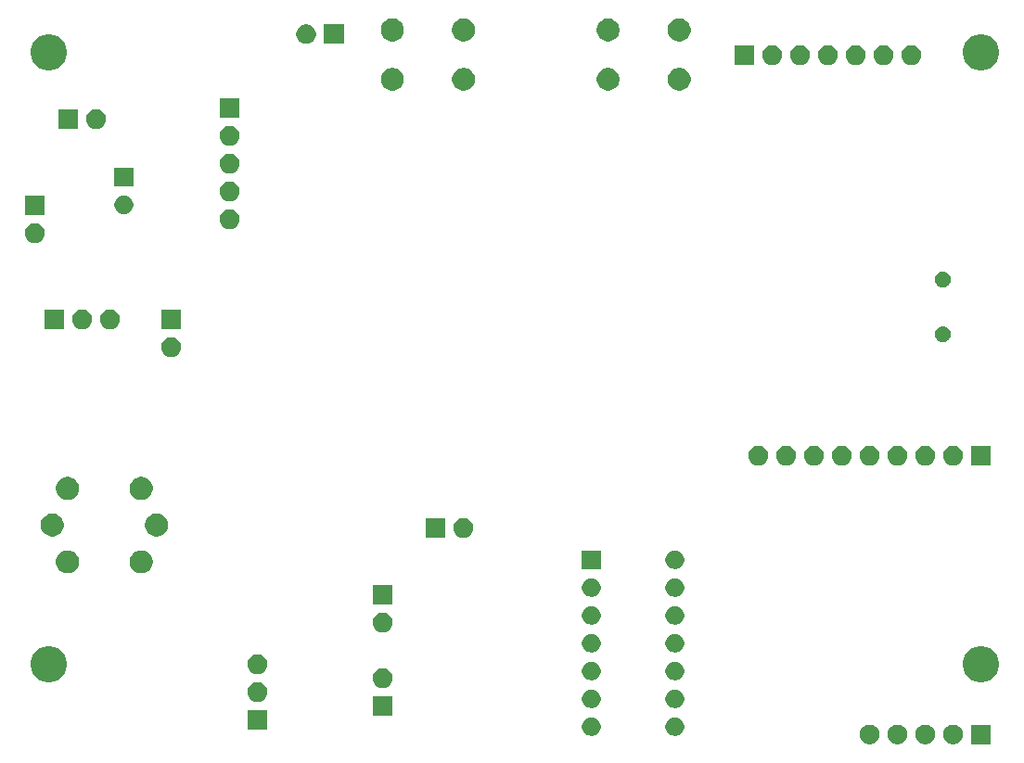
<source format=gbs>
G04 #@! TF.GenerationSoftware,KiCad,Pcbnew,(5.1.5)-3*
G04 #@! TF.CreationDate,2022-03-10T20:17:17-05:00*
G04 #@! TF.ProjectId,wearer,77656172-6572-42e6-9b69-6361645f7063,rev?*
G04 #@! TF.SameCoordinates,Original*
G04 #@! TF.FileFunction,Soldermask,Bot*
G04 #@! TF.FilePolarity,Negative*
%FSLAX46Y46*%
G04 Gerber Fmt 4.6, Leading zero omitted, Abs format (unit mm)*
G04 Created by KiCad (PCBNEW (5.1.5)-3) date 2022-03-10 20:17:17*
%MOMM*%
%LPD*%
G04 APERTURE LIST*
%ADD10C,0.100000*%
G04 APERTURE END LIST*
D10*
G36*
X211082754Y-122393817D02*
G01*
X211246689Y-122461721D01*
X211394227Y-122560303D01*
X211519697Y-122685773D01*
X211618279Y-122833311D01*
X211686183Y-122997246D01*
X211720800Y-123171279D01*
X211720800Y-123348721D01*
X211686183Y-123522754D01*
X211618279Y-123686689D01*
X211519697Y-123834227D01*
X211394227Y-123959697D01*
X211246689Y-124058279D01*
X211082754Y-124126183D01*
X210908721Y-124160800D01*
X210731279Y-124160800D01*
X210557246Y-124126183D01*
X210393311Y-124058279D01*
X210245773Y-123959697D01*
X210120303Y-123834227D01*
X210021721Y-123686689D01*
X209953817Y-123522754D01*
X209919200Y-123348721D01*
X209919200Y-123171279D01*
X209953817Y-122997246D01*
X210021721Y-122833311D01*
X210120303Y-122685773D01*
X210245773Y-122560303D01*
X210393311Y-122461721D01*
X210557246Y-122393817D01*
X210731279Y-122359200D01*
X210908721Y-122359200D01*
X211082754Y-122393817D01*
G37*
G36*
X213622754Y-122393817D02*
G01*
X213786689Y-122461721D01*
X213934227Y-122560303D01*
X214059697Y-122685773D01*
X214158279Y-122833311D01*
X214226183Y-122997246D01*
X214260800Y-123171279D01*
X214260800Y-123348721D01*
X214226183Y-123522754D01*
X214158279Y-123686689D01*
X214059697Y-123834227D01*
X213934227Y-123959697D01*
X213786689Y-124058279D01*
X213622754Y-124126183D01*
X213448721Y-124160800D01*
X213271279Y-124160800D01*
X213097246Y-124126183D01*
X212933311Y-124058279D01*
X212785773Y-123959697D01*
X212660303Y-123834227D01*
X212561721Y-123686689D01*
X212493817Y-123522754D01*
X212459200Y-123348721D01*
X212459200Y-123171279D01*
X212493817Y-122997246D01*
X212561721Y-122833311D01*
X212660303Y-122685773D01*
X212785773Y-122560303D01*
X212933311Y-122461721D01*
X213097246Y-122393817D01*
X213271279Y-122359200D01*
X213448721Y-122359200D01*
X213622754Y-122393817D01*
G37*
G36*
X216800800Y-124160800D02*
G01*
X214999200Y-124160800D01*
X214999200Y-122359200D01*
X216800800Y-122359200D01*
X216800800Y-124160800D01*
G37*
G36*
X208542754Y-122393817D02*
G01*
X208706689Y-122461721D01*
X208854227Y-122560303D01*
X208979697Y-122685773D01*
X209078279Y-122833311D01*
X209146183Y-122997246D01*
X209180800Y-123171279D01*
X209180800Y-123348721D01*
X209146183Y-123522754D01*
X209078279Y-123686689D01*
X208979697Y-123834227D01*
X208854227Y-123959697D01*
X208706689Y-124058279D01*
X208542754Y-124126183D01*
X208368721Y-124160800D01*
X208191279Y-124160800D01*
X208017246Y-124126183D01*
X207853311Y-124058279D01*
X207705773Y-123959697D01*
X207580303Y-123834227D01*
X207481721Y-123686689D01*
X207413817Y-123522754D01*
X207379200Y-123348721D01*
X207379200Y-123171279D01*
X207413817Y-122997246D01*
X207481721Y-122833311D01*
X207580303Y-122685773D01*
X207705773Y-122560303D01*
X207853311Y-122461721D01*
X208017246Y-122393817D01*
X208191279Y-122359200D01*
X208368721Y-122359200D01*
X208542754Y-122393817D01*
G37*
G36*
X206002754Y-122393817D02*
G01*
X206166689Y-122461721D01*
X206314227Y-122560303D01*
X206439697Y-122685773D01*
X206538279Y-122833311D01*
X206606183Y-122997246D01*
X206640800Y-123171279D01*
X206640800Y-123348721D01*
X206606183Y-123522754D01*
X206538279Y-123686689D01*
X206439697Y-123834227D01*
X206314227Y-123959697D01*
X206166689Y-124058279D01*
X206002754Y-124126183D01*
X205828721Y-124160800D01*
X205651279Y-124160800D01*
X205477246Y-124126183D01*
X205313311Y-124058279D01*
X205165773Y-123959697D01*
X205040303Y-123834227D01*
X204941721Y-123686689D01*
X204873817Y-123522754D01*
X204839200Y-123348721D01*
X204839200Y-123171279D01*
X204873817Y-122997246D01*
X204941721Y-122833311D01*
X205040303Y-122685773D01*
X205165773Y-122560303D01*
X205313311Y-122461721D01*
X205477246Y-122393817D01*
X205651279Y-122359200D01*
X205828721Y-122359200D01*
X206002754Y-122393817D01*
G37*
G36*
X188208169Y-121736895D02*
G01*
X188363005Y-121801031D01*
X188502354Y-121894140D01*
X188620860Y-122012646D01*
X188713969Y-122151995D01*
X188778105Y-122306831D01*
X188810800Y-122471203D01*
X188810800Y-122638797D01*
X188778105Y-122803169D01*
X188713969Y-122958005D01*
X188620860Y-123097354D01*
X188502354Y-123215860D01*
X188363005Y-123308969D01*
X188208169Y-123373105D01*
X188043797Y-123405800D01*
X187876203Y-123405800D01*
X187711831Y-123373105D01*
X187556995Y-123308969D01*
X187417646Y-123215860D01*
X187299140Y-123097354D01*
X187206031Y-122958005D01*
X187141895Y-122803169D01*
X187109200Y-122638797D01*
X187109200Y-122471203D01*
X187141895Y-122306831D01*
X187206031Y-122151995D01*
X187299140Y-122012646D01*
X187417646Y-121894140D01*
X187556995Y-121801031D01*
X187711831Y-121736895D01*
X187876203Y-121704200D01*
X188043797Y-121704200D01*
X188208169Y-121736895D01*
G37*
G36*
X180588169Y-121736895D02*
G01*
X180743005Y-121801031D01*
X180882354Y-121894140D01*
X181000860Y-122012646D01*
X181093969Y-122151995D01*
X181158105Y-122306831D01*
X181190800Y-122471203D01*
X181190800Y-122638797D01*
X181158105Y-122803169D01*
X181093969Y-122958005D01*
X181000860Y-123097354D01*
X180882354Y-123215860D01*
X180743005Y-123308969D01*
X180588169Y-123373105D01*
X180423797Y-123405800D01*
X180256203Y-123405800D01*
X180091831Y-123373105D01*
X179936995Y-123308969D01*
X179797646Y-123215860D01*
X179679140Y-123097354D01*
X179586031Y-122958005D01*
X179521895Y-122803169D01*
X179489200Y-122638797D01*
X179489200Y-122471203D01*
X179521895Y-122306831D01*
X179586031Y-122151995D01*
X179679140Y-122012646D01*
X179797646Y-121894140D01*
X179936995Y-121801031D01*
X180091831Y-121736895D01*
X180256203Y-121704200D01*
X180423797Y-121704200D01*
X180588169Y-121736895D01*
G37*
G36*
X150760800Y-122820800D02*
G01*
X148959200Y-122820800D01*
X148959200Y-121019200D01*
X150760800Y-121019200D01*
X150760800Y-122820800D01*
G37*
G36*
X162190800Y-121550800D02*
G01*
X160389200Y-121550800D01*
X160389200Y-119749200D01*
X162190800Y-119749200D01*
X162190800Y-121550800D01*
G37*
G36*
X180588169Y-119196895D02*
G01*
X180743005Y-119261031D01*
X180882354Y-119354140D01*
X181000860Y-119472646D01*
X181093969Y-119611995D01*
X181158105Y-119766831D01*
X181190800Y-119931203D01*
X181190800Y-120098797D01*
X181158105Y-120263169D01*
X181093969Y-120418005D01*
X181000860Y-120557354D01*
X180882354Y-120675860D01*
X180743005Y-120768969D01*
X180588169Y-120833105D01*
X180423797Y-120865800D01*
X180256203Y-120865800D01*
X180091831Y-120833105D01*
X179936995Y-120768969D01*
X179797646Y-120675860D01*
X179679140Y-120557354D01*
X179586031Y-120418005D01*
X179521895Y-120263169D01*
X179489200Y-120098797D01*
X179489200Y-119931203D01*
X179521895Y-119766831D01*
X179586031Y-119611995D01*
X179679140Y-119472646D01*
X179797646Y-119354140D01*
X179936995Y-119261031D01*
X180091831Y-119196895D01*
X180256203Y-119164200D01*
X180423797Y-119164200D01*
X180588169Y-119196895D01*
G37*
G36*
X188208169Y-119196895D02*
G01*
X188363005Y-119261031D01*
X188502354Y-119354140D01*
X188620860Y-119472646D01*
X188713969Y-119611995D01*
X188778105Y-119766831D01*
X188810800Y-119931203D01*
X188810800Y-120098797D01*
X188778105Y-120263169D01*
X188713969Y-120418005D01*
X188620860Y-120557354D01*
X188502354Y-120675860D01*
X188363005Y-120768969D01*
X188208169Y-120833105D01*
X188043797Y-120865800D01*
X187876203Y-120865800D01*
X187711831Y-120833105D01*
X187556995Y-120768969D01*
X187417646Y-120675860D01*
X187299140Y-120557354D01*
X187206031Y-120418005D01*
X187141895Y-120263169D01*
X187109200Y-120098797D01*
X187109200Y-119931203D01*
X187141895Y-119766831D01*
X187206031Y-119611995D01*
X187299140Y-119472646D01*
X187417646Y-119354140D01*
X187556995Y-119261031D01*
X187711831Y-119196895D01*
X187876203Y-119164200D01*
X188043797Y-119164200D01*
X188208169Y-119196895D01*
G37*
G36*
X150122754Y-118513817D02*
G01*
X150286689Y-118581721D01*
X150434227Y-118680303D01*
X150559697Y-118805773D01*
X150658279Y-118953311D01*
X150726183Y-119117246D01*
X150760800Y-119291279D01*
X150760800Y-119468721D01*
X150726183Y-119642754D01*
X150658279Y-119806689D01*
X150559697Y-119954227D01*
X150434227Y-120079697D01*
X150286689Y-120178279D01*
X150122754Y-120246183D01*
X149948721Y-120280800D01*
X149771279Y-120280800D01*
X149597246Y-120246183D01*
X149433311Y-120178279D01*
X149285773Y-120079697D01*
X149160303Y-119954227D01*
X149061721Y-119806689D01*
X148993817Y-119642754D01*
X148959200Y-119468721D01*
X148959200Y-119291279D01*
X148993817Y-119117246D01*
X149061721Y-118953311D01*
X149160303Y-118805773D01*
X149285773Y-118680303D01*
X149433311Y-118581721D01*
X149597246Y-118513817D01*
X149771279Y-118479200D01*
X149948721Y-118479200D01*
X150122754Y-118513817D01*
G37*
G36*
X161552754Y-117243817D02*
G01*
X161716689Y-117311721D01*
X161864227Y-117410303D01*
X161989697Y-117535773D01*
X162088279Y-117683311D01*
X162156183Y-117847246D01*
X162190800Y-118021279D01*
X162190800Y-118198721D01*
X162156183Y-118372754D01*
X162088279Y-118536689D01*
X161989697Y-118684227D01*
X161864227Y-118809697D01*
X161716689Y-118908279D01*
X161552754Y-118976183D01*
X161378721Y-119010800D01*
X161201279Y-119010800D01*
X161027246Y-118976183D01*
X160863311Y-118908279D01*
X160715773Y-118809697D01*
X160590303Y-118684227D01*
X160491721Y-118536689D01*
X160423817Y-118372754D01*
X160389200Y-118198721D01*
X160389200Y-118021279D01*
X160423817Y-117847246D01*
X160491721Y-117683311D01*
X160590303Y-117535773D01*
X160715773Y-117410303D01*
X160863311Y-117311721D01*
X161027246Y-117243817D01*
X161201279Y-117209200D01*
X161378721Y-117209200D01*
X161552754Y-117243817D01*
G37*
G36*
X216381521Y-115252639D02*
G01*
X216681947Y-115377080D01*
X216952324Y-115557740D01*
X217182260Y-115787676D01*
X217362920Y-116058053D01*
X217487361Y-116358479D01*
X217550800Y-116677410D01*
X217550800Y-117002590D01*
X217487361Y-117321521D01*
X217362920Y-117621947D01*
X217182260Y-117892324D01*
X216952324Y-118122260D01*
X216681947Y-118302920D01*
X216381521Y-118427361D01*
X216062590Y-118490800D01*
X215737410Y-118490800D01*
X215418479Y-118427361D01*
X215118053Y-118302920D01*
X214847676Y-118122260D01*
X214617740Y-117892324D01*
X214437080Y-117621947D01*
X214312639Y-117321521D01*
X214249200Y-117002590D01*
X214249200Y-116677410D01*
X214312639Y-116358479D01*
X214437080Y-116058053D01*
X214617740Y-115787676D01*
X214847676Y-115557740D01*
X215118053Y-115377080D01*
X215418479Y-115252639D01*
X215737410Y-115189200D01*
X216062590Y-115189200D01*
X216381521Y-115252639D01*
G37*
G36*
X131291521Y-115252639D02*
G01*
X131591947Y-115377080D01*
X131862324Y-115557740D01*
X132092260Y-115787676D01*
X132272920Y-116058053D01*
X132397361Y-116358479D01*
X132460800Y-116677410D01*
X132460800Y-117002590D01*
X132397361Y-117321521D01*
X132272920Y-117621947D01*
X132092260Y-117892324D01*
X131862324Y-118122260D01*
X131591947Y-118302920D01*
X131291521Y-118427361D01*
X130972590Y-118490800D01*
X130647410Y-118490800D01*
X130328479Y-118427361D01*
X130028053Y-118302920D01*
X129757676Y-118122260D01*
X129527740Y-117892324D01*
X129347080Y-117621947D01*
X129222639Y-117321521D01*
X129159200Y-117002590D01*
X129159200Y-116677410D01*
X129222639Y-116358479D01*
X129347080Y-116058053D01*
X129527740Y-115787676D01*
X129757676Y-115557740D01*
X130028053Y-115377080D01*
X130328479Y-115252639D01*
X130647410Y-115189200D01*
X130972590Y-115189200D01*
X131291521Y-115252639D01*
G37*
G36*
X180588169Y-116656895D02*
G01*
X180743005Y-116721031D01*
X180882354Y-116814140D01*
X181000860Y-116932646D01*
X181093969Y-117071995D01*
X181158105Y-117226831D01*
X181190800Y-117391203D01*
X181190800Y-117558797D01*
X181158105Y-117723169D01*
X181093969Y-117878005D01*
X181000860Y-118017354D01*
X180882354Y-118135860D01*
X180743005Y-118228969D01*
X180588169Y-118293105D01*
X180423797Y-118325800D01*
X180256203Y-118325800D01*
X180091831Y-118293105D01*
X179936995Y-118228969D01*
X179797646Y-118135860D01*
X179679140Y-118017354D01*
X179586031Y-117878005D01*
X179521895Y-117723169D01*
X179489200Y-117558797D01*
X179489200Y-117391203D01*
X179521895Y-117226831D01*
X179586031Y-117071995D01*
X179679140Y-116932646D01*
X179797646Y-116814140D01*
X179936995Y-116721031D01*
X180091831Y-116656895D01*
X180256203Y-116624200D01*
X180423797Y-116624200D01*
X180588169Y-116656895D01*
G37*
G36*
X188208169Y-116656895D02*
G01*
X188363005Y-116721031D01*
X188502354Y-116814140D01*
X188620860Y-116932646D01*
X188713969Y-117071995D01*
X188778105Y-117226831D01*
X188810800Y-117391203D01*
X188810800Y-117558797D01*
X188778105Y-117723169D01*
X188713969Y-117878005D01*
X188620860Y-118017354D01*
X188502354Y-118135860D01*
X188363005Y-118228969D01*
X188208169Y-118293105D01*
X188043797Y-118325800D01*
X187876203Y-118325800D01*
X187711831Y-118293105D01*
X187556995Y-118228969D01*
X187417646Y-118135860D01*
X187299140Y-118017354D01*
X187206031Y-117878005D01*
X187141895Y-117723169D01*
X187109200Y-117558797D01*
X187109200Y-117391203D01*
X187141895Y-117226831D01*
X187206031Y-117071995D01*
X187299140Y-116932646D01*
X187417646Y-116814140D01*
X187556995Y-116721031D01*
X187711831Y-116656895D01*
X187876203Y-116624200D01*
X188043797Y-116624200D01*
X188208169Y-116656895D01*
G37*
G36*
X150122754Y-115973817D02*
G01*
X150286689Y-116041721D01*
X150434227Y-116140303D01*
X150559697Y-116265773D01*
X150658279Y-116413311D01*
X150726183Y-116577246D01*
X150760800Y-116751279D01*
X150760800Y-116928721D01*
X150726183Y-117102754D01*
X150658279Y-117266689D01*
X150559697Y-117414227D01*
X150434227Y-117539697D01*
X150286689Y-117638279D01*
X150122754Y-117706183D01*
X149948721Y-117740800D01*
X149771279Y-117740800D01*
X149597246Y-117706183D01*
X149433311Y-117638279D01*
X149285773Y-117539697D01*
X149160303Y-117414227D01*
X149061721Y-117266689D01*
X148993817Y-117102754D01*
X148959200Y-116928721D01*
X148959200Y-116751279D01*
X148993817Y-116577246D01*
X149061721Y-116413311D01*
X149160303Y-116265773D01*
X149285773Y-116140303D01*
X149433311Y-116041721D01*
X149597246Y-115973817D01*
X149771279Y-115939200D01*
X149948721Y-115939200D01*
X150122754Y-115973817D01*
G37*
G36*
X180588169Y-114116895D02*
G01*
X180743005Y-114181031D01*
X180882354Y-114274140D01*
X181000860Y-114392646D01*
X181093969Y-114531995D01*
X181158105Y-114686831D01*
X181190800Y-114851203D01*
X181190800Y-115018797D01*
X181158105Y-115183169D01*
X181093969Y-115338005D01*
X181000860Y-115477354D01*
X180882354Y-115595860D01*
X180743005Y-115688969D01*
X180588169Y-115753105D01*
X180423797Y-115785800D01*
X180256203Y-115785800D01*
X180091831Y-115753105D01*
X179936995Y-115688969D01*
X179797646Y-115595860D01*
X179679140Y-115477354D01*
X179586031Y-115338005D01*
X179521895Y-115183169D01*
X179489200Y-115018797D01*
X179489200Y-114851203D01*
X179521895Y-114686831D01*
X179586031Y-114531995D01*
X179679140Y-114392646D01*
X179797646Y-114274140D01*
X179936995Y-114181031D01*
X180091831Y-114116895D01*
X180256203Y-114084200D01*
X180423797Y-114084200D01*
X180588169Y-114116895D01*
G37*
G36*
X188208169Y-114116895D02*
G01*
X188363005Y-114181031D01*
X188502354Y-114274140D01*
X188620860Y-114392646D01*
X188713969Y-114531995D01*
X188778105Y-114686831D01*
X188810800Y-114851203D01*
X188810800Y-115018797D01*
X188778105Y-115183169D01*
X188713969Y-115338005D01*
X188620860Y-115477354D01*
X188502354Y-115595860D01*
X188363005Y-115688969D01*
X188208169Y-115753105D01*
X188043797Y-115785800D01*
X187876203Y-115785800D01*
X187711831Y-115753105D01*
X187556995Y-115688969D01*
X187417646Y-115595860D01*
X187299140Y-115477354D01*
X187206031Y-115338005D01*
X187141895Y-115183169D01*
X187109200Y-115018797D01*
X187109200Y-114851203D01*
X187141895Y-114686831D01*
X187206031Y-114531995D01*
X187299140Y-114392646D01*
X187417646Y-114274140D01*
X187556995Y-114181031D01*
X187711831Y-114116895D01*
X187876203Y-114084200D01*
X188043797Y-114084200D01*
X188208169Y-114116895D01*
G37*
G36*
X161552754Y-112163817D02*
G01*
X161716689Y-112231721D01*
X161864227Y-112330303D01*
X161989697Y-112455773D01*
X162088279Y-112603311D01*
X162156183Y-112767246D01*
X162190800Y-112941279D01*
X162190800Y-113118721D01*
X162156183Y-113292754D01*
X162088279Y-113456689D01*
X161989697Y-113604227D01*
X161864227Y-113729697D01*
X161716689Y-113828279D01*
X161552754Y-113896183D01*
X161378721Y-113930800D01*
X161201279Y-113930800D01*
X161027246Y-113896183D01*
X160863311Y-113828279D01*
X160715773Y-113729697D01*
X160590303Y-113604227D01*
X160491721Y-113456689D01*
X160423817Y-113292754D01*
X160389200Y-113118721D01*
X160389200Y-112941279D01*
X160423817Y-112767246D01*
X160491721Y-112603311D01*
X160590303Y-112455773D01*
X160715773Y-112330303D01*
X160863311Y-112231721D01*
X161027246Y-112163817D01*
X161201279Y-112129200D01*
X161378721Y-112129200D01*
X161552754Y-112163817D01*
G37*
G36*
X180588169Y-111576895D02*
G01*
X180743005Y-111641031D01*
X180882354Y-111734140D01*
X181000860Y-111852646D01*
X181093969Y-111991995D01*
X181158105Y-112146831D01*
X181190800Y-112311203D01*
X181190800Y-112478797D01*
X181158105Y-112643169D01*
X181093969Y-112798005D01*
X181000860Y-112937354D01*
X180882354Y-113055860D01*
X180743005Y-113148969D01*
X180588169Y-113213105D01*
X180423797Y-113245800D01*
X180256203Y-113245800D01*
X180091831Y-113213105D01*
X179936995Y-113148969D01*
X179797646Y-113055860D01*
X179679140Y-112937354D01*
X179586031Y-112798005D01*
X179521895Y-112643169D01*
X179489200Y-112478797D01*
X179489200Y-112311203D01*
X179521895Y-112146831D01*
X179586031Y-111991995D01*
X179679140Y-111852646D01*
X179797646Y-111734140D01*
X179936995Y-111641031D01*
X180091831Y-111576895D01*
X180256203Y-111544200D01*
X180423797Y-111544200D01*
X180588169Y-111576895D01*
G37*
G36*
X188208169Y-111576895D02*
G01*
X188363005Y-111641031D01*
X188502354Y-111734140D01*
X188620860Y-111852646D01*
X188713969Y-111991995D01*
X188778105Y-112146831D01*
X188810800Y-112311203D01*
X188810800Y-112478797D01*
X188778105Y-112643169D01*
X188713969Y-112798005D01*
X188620860Y-112937354D01*
X188502354Y-113055860D01*
X188363005Y-113148969D01*
X188208169Y-113213105D01*
X188043797Y-113245800D01*
X187876203Y-113245800D01*
X187711831Y-113213105D01*
X187556995Y-113148969D01*
X187417646Y-113055860D01*
X187299140Y-112937354D01*
X187206031Y-112798005D01*
X187141895Y-112643169D01*
X187109200Y-112478797D01*
X187109200Y-112311203D01*
X187141895Y-112146831D01*
X187206031Y-111991995D01*
X187299140Y-111852646D01*
X187417646Y-111734140D01*
X187556995Y-111641031D01*
X187711831Y-111576895D01*
X187876203Y-111544200D01*
X188043797Y-111544200D01*
X188208169Y-111576895D01*
G37*
G36*
X162190800Y-111390800D02*
G01*
X160389200Y-111390800D01*
X160389200Y-109589200D01*
X162190800Y-109589200D01*
X162190800Y-111390800D01*
G37*
G36*
X180588169Y-109036895D02*
G01*
X180743005Y-109101031D01*
X180882354Y-109194140D01*
X181000860Y-109312646D01*
X181093969Y-109451995D01*
X181158105Y-109606831D01*
X181190800Y-109771203D01*
X181190800Y-109938797D01*
X181158105Y-110103169D01*
X181093969Y-110258005D01*
X181000860Y-110397354D01*
X180882354Y-110515860D01*
X180743005Y-110608969D01*
X180588169Y-110673105D01*
X180423797Y-110705800D01*
X180256203Y-110705800D01*
X180091831Y-110673105D01*
X179936995Y-110608969D01*
X179797646Y-110515860D01*
X179679140Y-110397354D01*
X179586031Y-110258005D01*
X179521895Y-110103169D01*
X179489200Y-109938797D01*
X179489200Y-109771203D01*
X179521895Y-109606831D01*
X179586031Y-109451995D01*
X179679140Y-109312646D01*
X179797646Y-109194140D01*
X179936995Y-109101031D01*
X180091831Y-109036895D01*
X180256203Y-109004200D01*
X180423797Y-109004200D01*
X180588169Y-109036895D01*
G37*
G36*
X188208169Y-109036895D02*
G01*
X188363005Y-109101031D01*
X188502354Y-109194140D01*
X188620860Y-109312646D01*
X188713969Y-109451995D01*
X188778105Y-109606831D01*
X188810800Y-109771203D01*
X188810800Y-109938797D01*
X188778105Y-110103169D01*
X188713969Y-110258005D01*
X188620860Y-110397354D01*
X188502354Y-110515860D01*
X188363005Y-110608969D01*
X188208169Y-110673105D01*
X188043797Y-110705800D01*
X187876203Y-110705800D01*
X187711831Y-110673105D01*
X187556995Y-110608969D01*
X187417646Y-110515860D01*
X187299140Y-110397354D01*
X187206031Y-110258005D01*
X187141895Y-110103169D01*
X187109200Y-109938797D01*
X187109200Y-109771203D01*
X187141895Y-109606831D01*
X187206031Y-109451995D01*
X187299140Y-109312646D01*
X187417646Y-109194140D01*
X187556995Y-109101031D01*
X187711831Y-109036895D01*
X187876203Y-109004200D01*
X188043797Y-109004200D01*
X188208169Y-109036895D01*
G37*
G36*
X139555508Y-106488582D02*
G01*
X139746741Y-106567793D01*
X139918847Y-106682791D01*
X140065209Y-106829153D01*
X140180207Y-107001259D01*
X140259418Y-107192492D01*
X140299800Y-107395505D01*
X140299800Y-107602495D01*
X140259418Y-107805508D01*
X140180207Y-107996741D01*
X140065209Y-108168847D01*
X139918847Y-108315209D01*
X139746741Y-108430207D01*
X139555508Y-108509418D01*
X139352495Y-108549800D01*
X139145505Y-108549800D01*
X138942492Y-108509418D01*
X138751259Y-108430207D01*
X138579153Y-108315209D01*
X138432791Y-108168847D01*
X138317793Y-107996741D01*
X138238582Y-107805508D01*
X138198200Y-107602495D01*
X138198200Y-107395505D01*
X138238582Y-107192492D01*
X138317793Y-107001259D01*
X138432791Y-106829153D01*
X138579153Y-106682791D01*
X138751259Y-106567793D01*
X138942492Y-106488582D01*
X139145505Y-106448200D01*
X139352495Y-106448200D01*
X139555508Y-106488582D01*
G37*
G36*
X132837508Y-106488582D02*
G01*
X133028741Y-106567793D01*
X133200847Y-106682791D01*
X133347209Y-106829153D01*
X133462207Y-107001259D01*
X133541418Y-107192492D01*
X133581800Y-107395505D01*
X133581800Y-107602495D01*
X133541418Y-107805508D01*
X133462207Y-107996741D01*
X133347209Y-108168847D01*
X133200847Y-108315209D01*
X133028741Y-108430207D01*
X132837508Y-108509418D01*
X132634495Y-108549800D01*
X132427505Y-108549800D01*
X132224492Y-108509418D01*
X132033259Y-108430207D01*
X131861153Y-108315209D01*
X131714791Y-108168847D01*
X131599793Y-107996741D01*
X131520582Y-107805508D01*
X131480200Y-107602495D01*
X131480200Y-107395505D01*
X131520582Y-107192492D01*
X131599793Y-107001259D01*
X131714791Y-106829153D01*
X131861153Y-106682791D01*
X132033259Y-106567793D01*
X132224492Y-106488582D01*
X132427505Y-106448200D01*
X132634495Y-106448200D01*
X132837508Y-106488582D01*
G37*
G36*
X188208169Y-106496895D02*
G01*
X188363005Y-106561031D01*
X188502354Y-106654140D01*
X188620860Y-106772646D01*
X188713969Y-106911995D01*
X188778105Y-107066831D01*
X188810800Y-107231203D01*
X188810800Y-107398797D01*
X188778105Y-107563169D01*
X188713969Y-107718005D01*
X188620860Y-107857354D01*
X188502354Y-107975860D01*
X188363005Y-108068969D01*
X188208169Y-108133105D01*
X188043797Y-108165800D01*
X187876203Y-108165800D01*
X187711831Y-108133105D01*
X187556995Y-108068969D01*
X187417646Y-107975860D01*
X187299140Y-107857354D01*
X187206031Y-107718005D01*
X187141895Y-107563169D01*
X187109200Y-107398797D01*
X187109200Y-107231203D01*
X187141895Y-107066831D01*
X187206031Y-106911995D01*
X187299140Y-106772646D01*
X187417646Y-106654140D01*
X187556995Y-106561031D01*
X187711831Y-106496895D01*
X187876203Y-106464200D01*
X188043797Y-106464200D01*
X188208169Y-106496895D01*
G37*
G36*
X181190800Y-108165800D02*
G01*
X179489200Y-108165800D01*
X179489200Y-106464200D01*
X181190800Y-106464200D01*
X181190800Y-108165800D01*
G37*
G36*
X168918754Y-103527817D02*
G01*
X169082689Y-103595721D01*
X169230227Y-103694303D01*
X169355697Y-103819773D01*
X169454279Y-103967311D01*
X169522183Y-104131246D01*
X169556800Y-104305279D01*
X169556800Y-104482721D01*
X169522183Y-104656754D01*
X169454279Y-104820689D01*
X169355697Y-104968227D01*
X169230227Y-105093697D01*
X169082689Y-105192279D01*
X168918754Y-105260183D01*
X168744721Y-105294800D01*
X168567279Y-105294800D01*
X168393246Y-105260183D01*
X168229311Y-105192279D01*
X168081773Y-105093697D01*
X167956303Y-104968227D01*
X167857721Y-104820689D01*
X167789817Y-104656754D01*
X167755200Y-104482721D01*
X167755200Y-104305279D01*
X167789817Y-104131246D01*
X167857721Y-103967311D01*
X167956303Y-103819773D01*
X168081773Y-103694303D01*
X168229311Y-103595721D01*
X168393246Y-103527817D01*
X168567279Y-103493200D01*
X168744721Y-103493200D01*
X168918754Y-103527817D01*
G37*
G36*
X167016800Y-105294800D02*
G01*
X165215200Y-105294800D01*
X165215200Y-103493200D01*
X167016800Y-103493200D01*
X167016800Y-105294800D01*
G37*
G36*
X140946508Y-103129582D02*
G01*
X141137741Y-103208793D01*
X141309847Y-103323791D01*
X141456209Y-103470153D01*
X141571207Y-103642259D01*
X141650418Y-103833492D01*
X141690800Y-104036505D01*
X141690800Y-104243495D01*
X141650418Y-104446508D01*
X141571207Y-104637741D01*
X141456209Y-104809847D01*
X141309847Y-104956209D01*
X141137741Y-105071207D01*
X140946508Y-105150418D01*
X140743495Y-105190800D01*
X140536505Y-105190800D01*
X140333492Y-105150418D01*
X140142259Y-105071207D01*
X139970153Y-104956209D01*
X139823791Y-104809847D01*
X139708793Y-104637741D01*
X139629582Y-104446508D01*
X139589200Y-104243495D01*
X139589200Y-104036505D01*
X139629582Y-103833492D01*
X139708793Y-103642259D01*
X139823791Y-103470153D01*
X139970153Y-103323791D01*
X140142259Y-103208793D01*
X140333492Y-103129582D01*
X140536505Y-103089200D01*
X140743495Y-103089200D01*
X140946508Y-103129582D01*
G37*
G36*
X131446508Y-103129582D02*
G01*
X131637741Y-103208793D01*
X131809847Y-103323791D01*
X131956209Y-103470153D01*
X132071207Y-103642259D01*
X132150418Y-103833492D01*
X132190800Y-104036505D01*
X132190800Y-104243495D01*
X132150418Y-104446508D01*
X132071207Y-104637741D01*
X131956209Y-104809847D01*
X131809847Y-104956209D01*
X131637741Y-105071207D01*
X131446508Y-105150418D01*
X131243495Y-105190800D01*
X131036505Y-105190800D01*
X130833492Y-105150418D01*
X130642259Y-105071207D01*
X130470153Y-104956209D01*
X130323791Y-104809847D01*
X130208793Y-104637741D01*
X130129582Y-104446508D01*
X130089200Y-104243495D01*
X130089200Y-104036505D01*
X130129582Y-103833492D01*
X130208793Y-103642259D01*
X130323791Y-103470153D01*
X130470153Y-103323791D01*
X130642259Y-103208793D01*
X130833492Y-103129582D01*
X131036505Y-103089200D01*
X131243495Y-103089200D01*
X131446508Y-103129582D01*
G37*
G36*
X132837508Y-99770582D02*
G01*
X133028741Y-99849793D01*
X133200847Y-99964791D01*
X133347209Y-100111153D01*
X133462207Y-100283259D01*
X133541418Y-100474492D01*
X133581800Y-100677505D01*
X133581800Y-100884495D01*
X133541418Y-101087508D01*
X133462207Y-101278741D01*
X133347209Y-101450847D01*
X133200847Y-101597209D01*
X133028741Y-101712207D01*
X132837508Y-101791418D01*
X132634495Y-101831800D01*
X132427505Y-101831800D01*
X132224492Y-101791418D01*
X132033259Y-101712207D01*
X131861153Y-101597209D01*
X131714791Y-101450847D01*
X131599793Y-101278741D01*
X131520582Y-101087508D01*
X131480200Y-100884495D01*
X131480200Y-100677505D01*
X131520582Y-100474492D01*
X131599793Y-100283259D01*
X131714791Y-100111153D01*
X131861153Y-99964791D01*
X132033259Y-99849793D01*
X132224492Y-99770582D01*
X132427505Y-99730200D01*
X132634495Y-99730200D01*
X132837508Y-99770582D01*
G37*
G36*
X139555508Y-99770582D02*
G01*
X139746741Y-99849793D01*
X139918847Y-99964791D01*
X140065209Y-100111153D01*
X140180207Y-100283259D01*
X140259418Y-100474492D01*
X140299800Y-100677505D01*
X140299800Y-100884495D01*
X140259418Y-101087508D01*
X140180207Y-101278741D01*
X140065209Y-101450847D01*
X139918847Y-101597209D01*
X139746741Y-101712207D01*
X139555508Y-101791418D01*
X139352495Y-101831800D01*
X139145505Y-101831800D01*
X138942492Y-101791418D01*
X138751259Y-101712207D01*
X138579153Y-101597209D01*
X138432791Y-101450847D01*
X138317793Y-101278741D01*
X138238582Y-101087508D01*
X138198200Y-100884495D01*
X138198200Y-100677505D01*
X138238582Y-100474492D01*
X138317793Y-100283259D01*
X138432791Y-100111153D01*
X138579153Y-99964791D01*
X138751259Y-99849793D01*
X138942492Y-99770582D01*
X139145505Y-99730200D01*
X139352495Y-99730200D01*
X139555508Y-99770582D01*
G37*
G36*
X216800800Y-98690800D02*
G01*
X214999200Y-98690800D01*
X214999200Y-96889200D01*
X216800800Y-96889200D01*
X216800800Y-98690800D01*
G37*
G36*
X213622754Y-96923817D02*
G01*
X213786689Y-96991721D01*
X213934227Y-97090303D01*
X214059697Y-97215773D01*
X214158279Y-97363311D01*
X214226183Y-97527246D01*
X214260800Y-97701279D01*
X214260800Y-97878721D01*
X214226183Y-98052754D01*
X214158279Y-98216689D01*
X214059697Y-98364227D01*
X213934227Y-98489697D01*
X213786689Y-98588279D01*
X213622754Y-98656183D01*
X213448721Y-98690800D01*
X213271279Y-98690800D01*
X213097246Y-98656183D01*
X212933311Y-98588279D01*
X212785773Y-98489697D01*
X212660303Y-98364227D01*
X212561721Y-98216689D01*
X212493817Y-98052754D01*
X212459200Y-97878721D01*
X212459200Y-97701279D01*
X212493817Y-97527246D01*
X212561721Y-97363311D01*
X212660303Y-97215773D01*
X212785773Y-97090303D01*
X212933311Y-96991721D01*
X213097246Y-96923817D01*
X213271279Y-96889200D01*
X213448721Y-96889200D01*
X213622754Y-96923817D01*
G37*
G36*
X195842754Y-96923817D02*
G01*
X196006689Y-96991721D01*
X196154227Y-97090303D01*
X196279697Y-97215773D01*
X196378279Y-97363311D01*
X196446183Y-97527246D01*
X196480800Y-97701279D01*
X196480800Y-97878721D01*
X196446183Y-98052754D01*
X196378279Y-98216689D01*
X196279697Y-98364227D01*
X196154227Y-98489697D01*
X196006689Y-98588279D01*
X195842754Y-98656183D01*
X195668721Y-98690800D01*
X195491279Y-98690800D01*
X195317246Y-98656183D01*
X195153311Y-98588279D01*
X195005773Y-98489697D01*
X194880303Y-98364227D01*
X194781721Y-98216689D01*
X194713817Y-98052754D01*
X194679200Y-97878721D01*
X194679200Y-97701279D01*
X194713817Y-97527246D01*
X194781721Y-97363311D01*
X194880303Y-97215773D01*
X195005773Y-97090303D01*
X195153311Y-96991721D01*
X195317246Y-96923817D01*
X195491279Y-96889200D01*
X195668721Y-96889200D01*
X195842754Y-96923817D01*
G37*
G36*
X198382754Y-96923817D02*
G01*
X198546689Y-96991721D01*
X198694227Y-97090303D01*
X198819697Y-97215773D01*
X198918279Y-97363311D01*
X198986183Y-97527246D01*
X199020800Y-97701279D01*
X199020800Y-97878721D01*
X198986183Y-98052754D01*
X198918279Y-98216689D01*
X198819697Y-98364227D01*
X198694227Y-98489697D01*
X198546689Y-98588279D01*
X198382754Y-98656183D01*
X198208721Y-98690800D01*
X198031279Y-98690800D01*
X197857246Y-98656183D01*
X197693311Y-98588279D01*
X197545773Y-98489697D01*
X197420303Y-98364227D01*
X197321721Y-98216689D01*
X197253817Y-98052754D01*
X197219200Y-97878721D01*
X197219200Y-97701279D01*
X197253817Y-97527246D01*
X197321721Y-97363311D01*
X197420303Y-97215773D01*
X197545773Y-97090303D01*
X197693311Y-96991721D01*
X197857246Y-96923817D01*
X198031279Y-96889200D01*
X198208721Y-96889200D01*
X198382754Y-96923817D01*
G37*
G36*
X203462754Y-96923817D02*
G01*
X203626689Y-96991721D01*
X203774227Y-97090303D01*
X203899697Y-97215773D01*
X203998279Y-97363311D01*
X204066183Y-97527246D01*
X204100800Y-97701279D01*
X204100800Y-97878721D01*
X204066183Y-98052754D01*
X203998279Y-98216689D01*
X203899697Y-98364227D01*
X203774227Y-98489697D01*
X203626689Y-98588279D01*
X203462754Y-98656183D01*
X203288721Y-98690800D01*
X203111279Y-98690800D01*
X202937246Y-98656183D01*
X202773311Y-98588279D01*
X202625773Y-98489697D01*
X202500303Y-98364227D01*
X202401721Y-98216689D01*
X202333817Y-98052754D01*
X202299200Y-97878721D01*
X202299200Y-97701279D01*
X202333817Y-97527246D01*
X202401721Y-97363311D01*
X202500303Y-97215773D01*
X202625773Y-97090303D01*
X202773311Y-96991721D01*
X202937246Y-96923817D01*
X203111279Y-96889200D01*
X203288721Y-96889200D01*
X203462754Y-96923817D01*
G37*
G36*
X200922754Y-96923817D02*
G01*
X201086689Y-96991721D01*
X201234227Y-97090303D01*
X201359697Y-97215773D01*
X201458279Y-97363311D01*
X201526183Y-97527246D01*
X201560800Y-97701279D01*
X201560800Y-97878721D01*
X201526183Y-98052754D01*
X201458279Y-98216689D01*
X201359697Y-98364227D01*
X201234227Y-98489697D01*
X201086689Y-98588279D01*
X200922754Y-98656183D01*
X200748721Y-98690800D01*
X200571279Y-98690800D01*
X200397246Y-98656183D01*
X200233311Y-98588279D01*
X200085773Y-98489697D01*
X199960303Y-98364227D01*
X199861721Y-98216689D01*
X199793817Y-98052754D01*
X199759200Y-97878721D01*
X199759200Y-97701279D01*
X199793817Y-97527246D01*
X199861721Y-97363311D01*
X199960303Y-97215773D01*
X200085773Y-97090303D01*
X200233311Y-96991721D01*
X200397246Y-96923817D01*
X200571279Y-96889200D01*
X200748721Y-96889200D01*
X200922754Y-96923817D01*
G37*
G36*
X211082754Y-96923817D02*
G01*
X211246689Y-96991721D01*
X211394227Y-97090303D01*
X211519697Y-97215773D01*
X211618279Y-97363311D01*
X211686183Y-97527246D01*
X211720800Y-97701279D01*
X211720800Y-97878721D01*
X211686183Y-98052754D01*
X211618279Y-98216689D01*
X211519697Y-98364227D01*
X211394227Y-98489697D01*
X211246689Y-98588279D01*
X211082754Y-98656183D01*
X210908721Y-98690800D01*
X210731279Y-98690800D01*
X210557246Y-98656183D01*
X210393311Y-98588279D01*
X210245773Y-98489697D01*
X210120303Y-98364227D01*
X210021721Y-98216689D01*
X209953817Y-98052754D01*
X209919200Y-97878721D01*
X209919200Y-97701279D01*
X209953817Y-97527246D01*
X210021721Y-97363311D01*
X210120303Y-97215773D01*
X210245773Y-97090303D01*
X210393311Y-96991721D01*
X210557246Y-96923817D01*
X210731279Y-96889200D01*
X210908721Y-96889200D01*
X211082754Y-96923817D01*
G37*
G36*
X206002754Y-96923817D02*
G01*
X206166689Y-96991721D01*
X206314227Y-97090303D01*
X206439697Y-97215773D01*
X206538279Y-97363311D01*
X206606183Y-97527246D01*
X206640800Y-97701279D01*
X206640800Y-97878721D01*
X206606183Y-98052754D01*
X206538279Y-98216689D01*
X206439697Y-98364227D01*
X206314227Y-98489697D01*
X206166689Y-98588279D01*
X206002754Y-98656183D01*
X205828721Y-98690800D01*
X205651279Y-98690800D01*
X205477246Y-98656183D01*
X205313311Y-98588279D01*
X205165773Y-98489697D01*
X205040303Y-98364227D01*
X204941721Y-98216689D01*
X204873817Y-98052754D01*
X204839200Y-97878721D01*
X204839200Y-97701279D01*
X204873817Y-97527246D01*
X204941721Y-97363311D01*
X205040303Y-97215773D01*
X205165773Y-97090303D01*
X205313311Y-96991721D01*
X205477246Y-96923817D01*
X205651279Y-96889200D01*
X205828721Y-96889200D01*
X206002754Y-96923817D01*
G37*
G36*
X208542754Y-96923817D02*
G01*
X208706689Y-96991721D01*
X208854227Y-97090303D01*
X208979697Y-97215773D01*
X209078279Y-97363311D01*
X209146183Y-97527246D01*
X209180800Y-97701279D01*
X209180800Y-97878721D01*
X209146183Y-98052754D01*
X209078279Y-98216689D01*
X208979697Y-98364227D01*
X208854227Y-98489697D01*
X208706689Y-98588279D01*
X208542754Y-98656183D01*
X208368721Y-98690800D01*
X208191279Y-98690800D01*
X208017246Y-98656183D01*
X207853311Y-98588279D01*
X207705773Y-98489697D01*
X207580303Y-98364227D01*
X207481721Y-98216689D01*
X207413817Y-98052754D01*
X207379200Y-97878721D01*
X207379200Y-97701279D01*
X207413817Y-97527246D01*
X207481721Y-97363311D01*
X207580303Y-97215773D01*
X207705773Y-97090303D01*
X207853311Y-96991721D01*
X208017246Y-96923817D01*
X208191279Y-96889200D01*
X208368721Y-96889200D01*
X208542754Y-96923817D01*
G37*
G36*
X142248754Y-87017817D02*
G01*
X142412689Y-87085721D01*
X142560227Y-87184303D01*
X142685697Y-87309773D01*
X142784279Y-87457311D01*
X142852183Y-87621246D01*
X142886800Y-87795279D01*
X142886800Y-87972721D01*
X142852183Y-88146754D01*
X142784279Y-88310689D01*
X142685697Y-88458227D01*
X142560227Y-88583697D01*
X142412689Y-88682279D01*
X142248754Y-88750183D01*
X142074721Y-88784800D01*
X141897279Y-88784800D01*
X141723246Y-88750183D01*
X141559311Y-88682279D01*
X141411773Y-88583697D01*
X141286303Y-88458227D01*
X141187721Y-88310689D01*
X141119817Y-88146754D01*
X141085200Y-87972721D01*
X141085200Y-87795279D01*
X141119817Y-87621246D01*
X141187721Y-87457311D01*
X141286303Y-87309773D01*
X141411773Y-87184303D01*
X141559311Y-87085721D01*
X141723246Y-87017817D01*
X141897279Y-86983200D01*
X142074721Y-86983200D01*
X142248754Y-87017817D01*
G37*
G36*
X212619209Y-86003092D02*
G01*
X212717235Y-86043696D01*
X212751295Y-86057804D01*
X212870171Y-86137234D01*
X212971266Y-86238329D01*
X213050696Y-86357205D01*
X213105408Y-86489291D01*
X213133300Y-86629515D01*
X213133300Y-86772485D01*
X213105408Y-86912709D01*
X213050696Y-87044795D01*
X212971265Y-87163672D01*
X212870172Y-87264765D01*
X212751295Y-87344196D01*
X212619209Y-87398908D01*
X212478985Y-87426800D01*
X212336015Y-87426800D01*
X212195791Y-87398908D01*
X212063705Y-87344196D01*
X211944828Y-87264765D01*
X211843735Y-87163672D01*
X211764304Y-87044795D01*
X211709592Y-86912709D01*
X211681700Y-86772485D01*
X211681700Y-86629515D01*
X211709592Y-86489291D01*
X211764304Y-86357205D01*
X211843734Y-86238329D01*
X211944829Y-86137234D01*
X212063705Y-86057804D01*
X212097765Y-86043696D01*
X212195791Y-86003092D01*
X212336015Y-85975200D01*
X212478985Y-85975200D01*
X212619209Y-86003092D01*
G37*
G36*
X136660754Y-84477817D02*
G01*
X136824689Y-84545721D01*
X136972227Y-84644303D01*
X137097697Y-84769773D01*
X137196279Y-84917311D01*
X137264183Y-85081246D01*
X137298800Y-85255279D01*
X137298800Y-85432721D01*
X137264183Y-85606754D01*
X137196279Y-85770689D01*
X137097697Y-85918227D01*
X136972227Y-86043697D01*
X136824689Y-86142279D01*
X136660754Y-86210183D01*
X136486721Y-86244800D01*
X136309279Y-86244800D01*
X136135246Y-86210183D01*
X135971311Y-86142279D01*
X135823773Y-86043697D01*
X135698303Y-85918227D01*
X135599721Y-85770689D01*
X135531817Y-85606754D01*
X135497200Y-85432721D01*
X135497200Y-85255279D01*
X135531817Y-85081246D01*
X135599721Y-84917311D01*
X135698303Y-84769773D01*
X135823773Y-84644303D01*
X135971311Y-84545721D01*
X136135246Y-84477817D01*
X136309279Y-84443200D01*
X136486721Y-84443200D01*
X136660754Y-84477817D01*
G37*
G36*
X142886800Y-86244800D02*
G01*
X141085200Y-86244800D01*
X141085200Y-84443200D01*
X142886800Y-84443200D01*
X142886800Y-86244800D01*
G37*
G36*
X132218800Y-86244800D02*
G01*
X130417200Y-86244800D01*
X130417200Y-84443200D01*
X132218800Y-84443200D01*
X132218800Y-86244800D01*
G37*
G36*
X134120754Y-84477817D02*
G01*
X134284689Y-84545721D01*
X134432227Y-84644303D01*
X134557697Y-84769773D01*
X134656279Y-84917311D01*
X134724183Y-85081246D01*
X134758800Y-85255279D01*
X134758800Y-85432721D01*
X134724183Y-85606754D01*
X134656279Y-85770689D01*
X134557697Y-85918227D01*
X134432227Y-86043697D01*
X134284689Y-86142279D01*
X134120754Y-86210183D01*
X133946721Y-86244800D01*
X133769279Y-86244800D01*
X133595246Y-86210183D01*
X133431311Y-86142279D01*
X133283773Y-86043697D01*
X133158303Y-85918227D01*
X133059721Y-85770689D01*
X132991817Y-85606754D01*
X132957200Y-85432721D01*
X132957200Y-85255279D01*
X132991817Y-85081246D01*
X133059721Y-84917311D01*
X133158303Y-84769773D01*
X133283773Y-84644303D01*
X133431311Y-84545721D01*
X133595246Y-84477817D01*
X133769279Y-84443200D01*
X133946721Y-84443200D01*
X134120754Y-84477817D01*
G37*
G36*
X212619209Y-81003092D02*
G01*
X212751295Y-81057804D01*
X212870172Y-81137235D01*
X212971265Y-81238328D01*
X213050696Y-81357205D01*
X213105408Y-81489291D01*
X213133300Y-81629515D01*
X213133300Y-81772485D01*
X213105408Y-81912709D01*
X213050696Y-82044795D01*
X212971265Y-82163672D01*
X212870172Y-82264765D01*
X212751295Y-82344196D01*
X212619209Y-82398908D01*
X212478985Y-82426800D01*
X212336015Y-82426800D01*
X212195791Y-82398908D01*
X212063705Y-82344196D01*
X211944828Y-82264765D01*
X211843735Y-82163672D01*
X211764304Y-82044795D01*
X211709592Y-81912709D01*
X211681700Y-81772485D01*
X211681700Y-81629515D01*
X211709592Y-81489291D01*
X211764304Y-81357205D01*
X211843735Y-81238328D01*
X211944828Y-81137235D01*
X212063705Y-81057804D01*
X212195791Y-81003092D01*
X212336015Y-80975200D01*
X212478985Y-80975200D01*
X212619209Y-81003092D01*
G37*
G36*
X129802754Y-76603817D02*
G01*
X129966689Y-76671721D01*
X130114227Y-76770303D01*
X130239697Y-76895773D01*
X130338279Y-77043311D01*
X130406183Y-77207246D01*
X130440800Y-77381279D01*
X130440800Y-77558721D01*
X130406183Y-77732754D01*
X130338279Y-77896689D01*
X130239697Y-78044227D01*
X130114227Y-78169697D01*
X129966689Y-78268279D01*
X129802754Y-78336183D01*
X129628721Y-78370800D01*
X129451279Y-78370800D01*
X129277246Y-78336183D01*
X129113311Y-78268279D01*
X128965773Y-78169697D01*
X128840303Y-78044227D01*
X128741721Y-77896689D01*
X128673817Y-77732754D01*
X128639200Y-77558721D01*
X128639200Y-77381279D01*
X128673817Y-77207246D01*
X128741721Y-77043311D01*
X128840303Y-76895773D01*
X128965773Y-76770303D01*
X129113311Y-76671721D01*
X129277246Y-76603817D01*
X129451279Y-76569200D01*
X129628721Y-76569200D01*
X129802754Y-76603817D01*
G37*
G36*
X147582754Y-75333817D02*
G01*
X147746689Y-75401721D01*
X147894227Y-75500303D01*
X148019697Y-75625773D01*
X148118279Y-75773311D01*
X148186183Y-75937246D01*
X148220800Y-76111279D01*
X148220800Y-76288721D01*
X148186183Y-76462754D01*
X148118279Y-76626689D01*
X148019697Y-76774227D01*
X147894227Y-76899697D01*
X147746689Y-76998279D01*
X147582754Y-77066183D01*
X147408721Y-77100800D01*
X147231279Y-77100800D01*
X147057246Y-77066183D01*
X146893311Y-76998279D01*
X146745773Y-76899697D01*
X146620303Y-76774227D01*
X146521721Y-76626689D01*
X146453817Y-76462754D01*
X146419200Y-76288721D01*
X146419200Y-76111279D01*
X146453817Y-75937246D01*
X146521721Y-75773311D01*
X146620303Y-75625773D01*
X146745773Y-75500303D01*
X146893311Y-75401721D01*
X147057246Y-75333817D01*
X147231279Y-75299200D01*
X147408721Y-75299200D01*
X147582754Y-75333817D01*
G37*
G36*
X130440800Y-75830800D02*
G01*
X128639200Y-75830800D01*
X128639200Y-74029200D01*
X130440800Y-74029200D01*
X130440800Y-75830800D01*
G37*
G36*
X137916169Y-74071895D02*
G01*
X138071005Y-74136031D01*
X138210354Y-74229140D01*
X138328860Y-74347646D01*
X138421969Y-74486995D01*
X138486105Y-74641831D01*
X138518800Y-74806203D01*
X138518800Y-74973797D01*
X138486105Y-75138169D01*
X138421969Y-75293005D01*
X138328860Y-75432354D01*
X138210354Y-75550860D01*
X138071005Y-75643969D01*
X137916169Y-75708105D01*
X137751797Y-75740800D01*
X137584203Y-75740800D01*
X137419831Y-75708105D01*
X137264995Y-75643969D01*
X137125646Y-75550860D01*
X137007140Y-75432354D01*
X136914031Y-75293005D01*
X136849895Y-75138169D01*
X136817200Y-74973797D01*
X136817200Y-74806203D01*
X136849895Y-74641831D01*
X136914031Y-74486995D01*
X137007140Y-74347646D01*
X137125646Y-74229140D01*
X137264995Y-74136031D01*
X137419831Y-74071895D01*
X137584203Y-74039200D01*
X137751797Y-74039200D01*
X137916169Y-74071895D01*
G37*
G36*
X147582754Y-72793817D02*
G01*
X147746689Y-72861721D01*
X147894227Y-72960303D01*
X148019697Y-73085773D01*
X148118279Y-73233311D01*
X148186183Y-73397246D01*
X148220800Y-73571279D01*
X148220800Y-73748721D01*
X148186183Y-73922754D01*
X148118279Y-74086689D01*
X148019697Y-74234227D01*
X147894227Y-74359697D01*
X147746689Y-74458279D01*
X147582754Y-74526183D01*
X147408721Y-74560800D01*
X147231279Y-74560800D01*
X147057246Y-74526183D01*
X146893311Y-74458279D01*
X146745773Y-74359697D01*
X146620303Y-74234227D01*
X146521721Y-74086689D01*
X146453817Y-73922754D01*
X146419200Y-73748721D01*
X146419200Y-73571279D01*
X146453817Y-73397246D01*
X146521721Y-73233311D01*
X146620303Y-73085773D01*
X146745773Y-72960303D01*
X146893311Y-72861721D01*
X147057246Y-72793817D01*
X147231279Y-72759200D01*
X147408721Y-72759200D01*
X147582754Y-72793817D01*
G37*
G36*
X138518800Y-73240800D02*
G01*
X136817200Y-73240800D01*
X136817200Y-71539200D01*
X138518800Y-71539200D01*
X138518800Y-73240800D01*
G37*
G36*
X147582754Y-70253817D02*
G01*
X147746689Y-70321721D01*
X147894227Y-70420303D01*
X148019697Y-70545773D01*
X148118279Y-70693311D01*
X148186183Y-70857246D01*
X148220800Y-71031279D01*
X148220800Y-71208721D01*
X148186183Y-71382754D01*
X148118279Y-71546689D01*
X148019697Y-71694227D01*
X147894227Y-71819697D01*
X147746689Y-71918279D01*
X147582754Y-71986183D01*
X147408721Y-72020800D01*
X147231279Y-72020800D01*
X147057246Y-71986183D01*
X146893311Y-71918279D01*
X146745773Y-71819697D01*
X146620303Y-71694227D01*
X146521721Y-71546689D01*
X146453817Y-71382754D01*
X146419200Y-71208721D01*
X146419200Y-71031279D01*
X146453817Y-70857246D01*
X146521721Y-70693311D01*
X146620303Y-70545773D01*
X146745773Y-70420303D01*
X146893311Y-70321721D01*
X147057246Y-70253817D01*
X147231279Y-70219200D01*
X147408721Y-70219200D01*
X147582754Y-70253817D01*
G37*
G36*
X147582754Y-67713817D02*
G01*
X147746689Y-67781721D01*
X147894227Y-67880303D01*
X148019697Y-68005773D01*
X148118279Y-68153311D01*
X148186183Y-68317246D01*
X148220800Y-68491279D01*
X148220800Y-68668721D01*
X148186183Y-68842754D01*
X148118279Y-69006689D01*
X148019697Y-69154227D01*
X147894227Y-69279697D01*
X147746689Y-69378279D01*
X147582754Y-69446183D01*
X147408721Y-69480800D01*
X147231279Y-69480800D01*
X147057246Y-69446183D01*
X146893311Y-69378279D01*
X146745773Y-69279697D01*
X146620303Y-69154227D01*
X146521721Y-69006689D01*
X146453817Y-68842754D01*
X146419200Y-68668721D01*
X146419200Y-68491279D01*
X146453817Y-68317246D01*
X146521721Y-68153311D01*
X146620303Y-68005773D01*
X146745773Y-67880303D01*
X146893311Y-67781721D01*
X147057246Y-67713817D01*
X147231279Y-67679200D01*
X147408721Y-67679200D01*
X147582754Y-67713817D01*
G37*
G36*
X133488800Y-67956800D02*
G01*
X131687200Y-67956800D01*
X131687200Y-66155200D01*
X133488800Y-66155200D01*
X133488800Y-67956800D01*
G37*
G36*
X135390754Y-66189817D02*
G01*
X135554689Y-66257721D01*
X135702227Y-66356303D01*
X135827697Y-66481773D01*
X135926279Y-66629311D01*
X135994183Y-66793246D01*
X136028800Y-66967279D01*
X136028800Y-67144721D01*
X135994183Y-67318754D01*
X135926279Y-67482689D01*
X135827697Y-67630227D01*
X135702227Y-67755697D01*
X135554689Y-67854279D01*
X135390754Y-67922183D01*
X135216721Y-67956800D01*
X135039279Y-67956800D01*
X134865246Y-67922183D01*
X134701311Y-67854279D01*
X134553773Y-67755697D01*
X134428303Y-67630227D01*
X134329721Y-67482689D01*
X134261817Y-67318754D01*
X134227200Y-67144721D01*
X134227200Y-66967279D01*
X134261817Y-66793246D01*
X134329721Y-66629311D01*
X134428303Y-66481773D01*
X134553773Y-66356303D01*
X134701311Y-66257721D01*
X134865246Y-66189817D01*
X135039279Y-66155200D01*
X135216721Y-66155200D01*
X135390754Y-66189817D01*
G37*
G36*
X148220800Y-66940800D02*
G01*
X146419200Y-66940800D01*
X146419200Y-65139200D01*
X148220800Y-65139200D01*
X148220800Y-66940800D01*
G37*
G36*
X162485508Y-62417582D02*
G01*
X162676741Y-62496793D01*
X162848847Y-62611791D01*
X162995209Y-62758153D01*
X163110207Y-62930259D01*
X163189418Y-63121492D01*
X163229800Y-63324505D01*
X163229800Y-63531495D01*
X163189418Y-63734508D01*
X163110207Y-63925741D01*
X162995209Y-64097847D01*
X162848847Y-64244209D01*
X162676741Y-64359207D01*
X162485508Y-64438418D01*
X162282495Y-64478800D01*
X162075505Y-64478800D01*
X161872492Y-64438418D01*
X161681259Y-64359207D01*
X161509153Y-64244209D01*
X161362791Y-64097847D01*
X161247793Y-63925741D01*
X161168582Y-63734508D01*
X161128200Y-63531495D01*
X161128200Y-63324505D01*
X161168582Y-63121492D01*
X161247793Y-62930259D01*
X161362791Y-62758153D01*
X161509153Y-62611791D01*
X161681259Y-62496793D01*
X161872492Y-62417582D01*
X162075505Y-62377200D01*
X162282495Y-62377200D01*
X162485508Y-62417582D01*
G37*
G36*
X168985508Y-62417582D02*
G01*
X169176741Y-62496793D01*
X169348847Y-62611791D01*
X169495209Y-62758153D01*
X169610207Y-62930259D01*
X169689418Y-63121492D01*
X169729800Y-63324505D01*
X169729800Y-63531495D01*
X169689418Y-63734508D01*
X169610207Y-63925741D01*
X169495209Y-64097847D01*
X169348847Y-64244209D01*
X169176741Y-64359207D01*
X168985508Y-64438418D01*
X168782495Y-64478800D01*
X168575505Y-64478800D01*
X168372492Y-64438418D01*
X168181259Y-64359207D01*
X168009153Y-64244209D01*
X167862791Y-64097847D01*
X167747793Y-63925741D01*
X167668582Y-63734508D01*
X167628200Y-63531495D01*
X167628200Y-63324505D01*
X167668582Y-63121492D01*
X167747793Y-62930259D01*
X167862791Y-62758153D01*
X168009153Y-62611791D01*
X168181259Y-62496793D01*
X168372492Y-62417582D01*
X168575505Y-62377200D01*
X168782495Y-62377200D01*
X168985508Y-62417582D01*
G37*
G36*
X188670508Y-62417582D02*
G01*
X188861741Y-62496793D01*
X189033847Y-62611791D01*
X189180209Y-62758153D01*
X189295207Y-62930259D01*
X189374418Y-63121492D01*
X189414800Y-63324505D01*
X189414800Y-63531495D01*
X189374418Y-63734508D01*
X189295207Y-63925741D01*
X189180209Y-64097847D01*
X189033847Y-64244209D01*
X188861741Y-64359207D01*
X188670508Y-64438418D01*
X188467495Y-64478800D01*
X188260505Y-64478800D01*
X188057492Y-64438418D01*
X187866259Y-64359207D01*
X187694153Y-64244209D01*
X187547791Y-64097847D01*
X187432793Y-63925741D01*
X187353582Y-63734508D01*
X187313200Y-63531495D01*
X187313200Y-63324505D01*
X187353582Y-63121492D01*
X187432793Y-62930259D01*
X187547791Y-62758153D01*
X187694153Y-62611791D01*
X187866259Y-62496793D01*
X188057492Y-62417582D01*
X188260505Y-62377200D01*
X188467495Y-62377200D01*
X188670508Y-62417582D01*
G37*
G36*
X182170508Y-62417582D02*
G01*
X182361741Y-62496793D01*
X182533847Y-62611791D01*
X182680209Y-62758153D01*
X182795207Y-62930259D01*
X182874418Y-63121492D01*
X182914800Y-63324505D01*
X182914800Y-63531495D01*
X182874418Y-63734508D01*
X182795207Y-63925741D01*
X182680209Y-64097847D01*
X182533847Y-64244209D01*
X182361741Y-64359207D01*
X182170508Y-64438418D01*
X181967495Y-64478800D01*
X181760505Y-64478800D01*
X181557492Y-64438418D01*
X181366259Y-64359207D01*
X181194153Y-64244209D01*
X181047791Y-64097847D01*
X180932793Y-63925741D01*
X180853582Y-63734508D01*
X180813200Y-63531495D01*
X180813200Y-63324505D01*
X180853582Y-63121492D01*
X180932793Y-62930259D01*
X181047791Y-62758153D01*
X181194153Y-62611791D01*
X181366259Y-62496793D01*
X181557492Y-62417582D01*
X181760505Y-62377200D01*
X181967495Y-62377200D01*
X182170508Y-62417582D01*
G37*
G36*
X216381521Y-59372639D02*
G01*
X216681947Y-59497080D01*
X216952324Y-59677740D01*
X217182260Y-59907676D01*
X217362920Y-60178053D01*
X217487361Y-60478479D01*
X217550800Y-60797410D01*
X217550800Y-61122590D01*
X217487361Y-61441521D01*
X217362920Y-61741947D01*
X217182260Y-62012324D01*
X216952324Y-62242260D01*
X216681947Y-62422920D01*
X216381521Y-62547361D01*
X216062590Y-62610800D01*
X215737410Y-62610800D01*
X215418479Y-62547361D01*
X215118053Y-62422920D01*
X214847676Y-62242260D01*
X214617740Y-62012324D01*
X214437080Y-61741947D01*
X214312639Y-61441521D01*
X214249200Y-61122590D01*
X214249200Y-60797410D01*
X214312639Y-60478479D01*
X214437080Y-60178053D01*
X214617740Y-59907676D01*
X214847676Y-59677740D01*
X215118053Y-59497080D01*
X215418479Y-59372639D01*
X215737410Y-59309200D01*
X216062590Y-59309200D01*
X216381521Y-59372639D01*
G37*
G36*
X131291521Y-59372639D02*
G01*
X131591947Y-59497080D01*
X131862324Y-59677740D01*
X132092260Y-59907676D01*
X132272920Y-60178053D01*
X132397361Y-60478479D01*
X132460800Y-60797410D01*
X132460800Y-61122590D01*
X132397361Y-61441521D01*
X132272920Y-61741947D01*
X132092260Y-62012324D01*
X131862324Y-62242260D01*
X131591947Y-62422920D01*
X131291521Y-62547361D01*
X130972590Y-62610800D01*
X130647410Y-62610800D01*
X130328479Y-62547361D01*
X130028053Y-62422920D01*
X129757676Y-62242260D01*
X129527740Y-62012324D01*
X129347080Y-61741947D01*
X129222639Y-61441521D01*
X129159200Y-61122590D01*
X129159200Y-60797410D01*
X129222639Y-60478479D01*
X129347080Y-60178053D01*
X129527740Y-59907676D01*
X129757676Y-59677740D01*
X130028053Y-59497080D01*
X130328479Y-59372639D01*
X130647410Y-59309200D01*
X130972590Y-59309200D01*
X131291521Y-59372639D01*
G37*
G36*
X204732754Y-60347817D02*
G01*
X204896689Y-60415721D01*
X205044227Y-60514303D01*
X205169697Y-60639773D01*
X205268279Y-60787311D01*
X205336183Y-60951246D01*
X205370800Y-61125279D01*
X205370800Y-61302721D01*
X205336183Y-61476754D01*
X205268279Y-61640689D01*
X205169697Y-61788227D01*
X205044227Y-61913697D01*
X204896689Y-62012279D01*
X204732754Y-62080183D01*
X204558721Y-62114800D01*
X204381279Y-62114800D01*
X204207246Y-62080183D01*
X204043311Y-62012279D01*
X203895773Y-61913697D01*
X203770303Y-61788227D01*
X203671721Y-61640689D01*
X203603817Y-61476754D01*
X203569200Y-61302721D01*
X203569200Y-61125279D01*
X203603817Y-60951246D01*
X203671721Y-60787311D01*
X203770303Y-60639773D01*
X203895773Y-60514303D01*
X204043311Y-60415721D01*
X204207246Y-60347817D01*
X204381279Y-60313200D01*
X204558721Y-60313200D01*
X204732754Y-60347817D01*
G37*
G36*
X195210800Y-62114800D02*
G01*
X193409200Y-62114800D01*
X193409200Y-60313200D01*
X195210800Y-60313200D01*
X195210800Y-62114800D01*
G37*
G36*
X197112754Y-60347817D02*
G01*
X197276689Y-60415721D01*
X197424227Y-60514303D01*
X197549697Y-60639773D01*
X197648279Y-60787311D01*
X197716183Y-60951246D01*
X197750800Y-61125279D01*
X197750800Y-61302721D01*
X197716183Y-61476754D01*
X197648279Y-61640689D01*
X197549697Y-61788227D01*
X197424227Y-61913697D01*
X197276689Y-62012279D01*
X197112754Y-62080183D01*
X196938721Y-62114800D01*
X196761279Y-62114800D01*
X196587246Y-62080183D01*
X196423311Y-62012279D01*
X196275773Y-61913697D01*
X196150303Y-61788227D01*
X196051721Y-61640689D01*
X195983817Y-61476754D01*
X195949200Y-61302721D01*
X195949200Y-61125279D01*
X195983817Y-60951246D01*
X196051721Y-60787311D01*
X196150303Y-60639773D01*
X196275773Y-60514303D01*
X196423311Y-60415721D01*
X196587246Y-60347817D01*
X196761279Y-60313200D01*
X196938721Y-60313200D01*
X197112754Y-60347817D01*
G37*
G36*
X199652754Y-60347817D02*
G01*
X199816689Y-60415721D01*
X199964227Y-60514303D01*
X200089697Y-60639773D01*
X200188279Y-60787311D01*
X200256183Y-60951246D01*
X200290800Y-61125279D01*
X200290800Y-61302721D01*
X200256183Y-61476754D01*
X200188279Y-61640689D01*
X200089697Y-61788227D01*
X199964227Y-61913697D01*
X199816689Y-62012279D01*
X199652754Y-62080183D01*
X199478721Y-62114800D01*
X199301279Y-62114800D01*
X199127246Y-62080183D01*
X198963311Y-62012279D01*
X198815773Y-61913697D01*
X198690303Y-61788227D01*
X198591721Y-61640689D01*
X198523817Y-61476754D01*
X198489200Y-61302721D01*
X198489200Y-61125279D01*
X198523817Y-60951246D01*
X198591721Y-60787311D01*
X198690303Y-60639773D01*
X198815773Y-60514303D01*
X198963311Y-60415721D01*
X199127246Y-60347817D01*
X199301279Y-60313200D01*
X199478721Y-60313200D01*
X199652754Y-60347817D01*
G37*
G36*
X202192754Y-60347817D02*
G01*
X202356689Y-60415721D01*
X202504227Y-60514303D01*
X202629697Y-60639773D01*
X202728279Y-60787311D01*
X202796183Y-60951246D01*
X202830800Y-61125279D01*
X202830800Y-61302721D01*
X202796183Y-61476754D01*
X202728279Y-61640689D01*
X202629697Y-61788227D01*
X202504227Y-61913697D01*
X202356689Y-62012279D01*
X202192754Y-62080183D01*
X202018721Y-62114800D01*
X201841279Y-62114800D01*
X201667246Y-62080183D01*
X201503311Y-62012279D01*
X201355773Y-61913697D01*
X201230303Y-61788227D01*
X201131721Y-61640689D01*
X201063817Y-61476754D01*
X201029200Y-61302721D01*
X201029200Y-61125279D01*
X201063817Y-60951246D01*
X201131721Y-60787311D01*
X201230303Y-60639773D01*
X201355773Y-60514303D01*
X201503311Y-60415721D01*
X201667246Y-60347817D01*
X201841279Y-60313200D01*
X202018721Y-60313200D01*
X202192754Y-60347817D01*
G37*
G36*
X209812754Y-60347817D02*
G01*
X209976689Y-60415721D01*
X210124227Y-60514303D01*
X210249697Y-60639773D01*
X210348279Y-60787311D01*
X210416183Y-60951246D01*
X210450800Y-61125279D01*
X210450800Y-61302721D01*
X210416183Y-61476754D01*
X210348279Y-61640689D01*
X210249697Y-61788227D01*
X210124227Y-61913697D01*
X209976689Y-62012279D01*
X209812754Y-62080183D01*
X209638721Y-62114800D01*
X209461279Y-62114800D01*
X209287246Y-62080183D01*
X209123311Y-62012279D01*
X208975773Y-61913697D01*
X208850303Y-61788227D01*
X208751721Y-61640689D01*
X208683817Y-61476754D01*
X208649200Y-61302721D01*
X208649200Y-61125279D01*
X208683817Y-60951246D01*
X208751721Y-60787311D01*
X208850303Y-60639773D01*
X208975773Y-60514303D01*
X209123311Y-60415721D01*
X209287246Y-60347817D01*
X209461279Y-60313200D01*
X209638721Y-60313200D01*
X209812754Y-60347817D01*
G37*
G36*
X207272754Y-60347817D02*
G01*
X207436689Y-60415721D01*
X207584227Y-60514303D01*
X207709697Y-60639773D01*
X207808279Y-60787311D01*
X207876183Y-60951246D01*
X207910800Y-61125279D01*
X207910800Y-61302721D01*
X207876183Y-61476754D01*
X207808279Y-61640689D01*
X207709697Y-61788227D01*
X207584227Y-61913697D01*
X207436689Y-62012279D01*
X207272754Y-62080183D01*
X207098721Y-62114800D01*
X206921279Y-62114800D01*
X206747246Y-62080183D01*
X206583311Y-62012279D01*
X206435773Y-61913697D01*
X206310303Y-61788227D01*
X206211721Y-61640689D01*
X206143817Y-61476754D01*
X206109200Y-61302721D01*
X206109200Y-61125279D01*
X206143817Y-60951246D01*
X206211721Y-60787311D01*
X206310303Y-60639773D01*
X206435773Y-60514303D01*
X206583311Y-60415721D01*
X206747246Y-60347817D01*
X206921279Y-60313200D01*
X207098721Y-60313200D01*
X207272754Y-60347817D01*
G37*
G36*
X154567754Y-58442817D02*
G01*
X154731689Y-58510721D01*
X154879227Y-58609303D01*
X155004697Y-58734773D01*
X155103279Y-58882311D01*
X155171183Y-59046246D01*
X155205800Y-59220279D01*
X155205800Y-59397721D01*
X155171183Y-59571754D01*
X155103279Y-59735689D01*
X155004697Y-59883227D01*
X154879227Y-60008697D01*
X154731689Y-60107279D01*
X154567754Y-60175183D01*
X154393721Y-60209800D01*
X154216279Y-60209800D01*
X154042246Y-60175183D01*
X153878311Y-60107279D01*
X153730773Y-60008697D01*
X153605303Y-59883227D01*
X153506721Y-59735689D01*
X153438817Y-59571754D01*
X153404200Y-59397721D01*
X153404200Y-59220279D01*
X153438817Y-59046246D01*
X153506721Y-58882311D01*
X153605303Y-58734773D01*
X153730773Y-58609303D01*
X153878311Y-58510721D01*
X154042246Y-58442817D01*
X154216279Y-58408200D01*
X154393721Y-58408200D01*
X154567754Y-58442817D01*
G37*
G36*
X157745800Y-60209800D02*
G01*
X155944200Y-60209800D01*
X155944200Y-58408200D01*
X157745800Y-58408200D01*
X157745800Y-60209800D01*
G37*
G36*
X162485508Y-57917582D02*
G01*
X162676741Y-57996793D01*
X162848847Y-58111791D01*
X162995209Y-58258153D01*
X163110207Y-58430259D01*
X163189418Y-58621492D01*
X163229800Y-58824505D01*
X163229800Y-59031495D01*
X163189418Y-59234508D01*
X163110207Y-59425741D01*
X162995209Y-59597847D01*
X162848847Y-59744209D01*
X162676741Y-59859207D01*
X162485508Y-59938418D01*
X162282495Y-59978800D01*
X162075505Y-59978800D01*
X161872492Y-59938418D01*
X161681259Y-59859207D01*
X161509153Y-59744209D01*
X161362791Y-59597847D01*
X161247793Y-59425741D01*
X161168582Y-59234508D01*
X161128200Y-59031495D01*
X161128200Y-58824505D01*
X161168582Y-58621492D01*
X161247793Y-58430259D01*
X161362791Y-58258153D01*
X161509153Y-58111791D01*
X161681259Y-57996793D01*
X161872492Y-57917582D01*
X162075505Y-57877200D01*
X162282495Y-57877200D01*
X162485508Y-57917582D01*
G37*
G36*
X168985508Y-57917582D02*
G01*
X169176741Y-57996793D01*
X169348847Y-58111791D01*
X169495209Y-58258153D01*
X169610207Y-58430259D01*
X169689418Y-58621492D01*
X169729800Y-58824505D01*
X169729800Y-59031495D01*
X169689418Y-59234508D01*
X169610207Y-59425741D01*
X169495209Y-59597847D01*
X169348847Y-59744209D01*
X169176741Y-59859207D01*
X168985508Y-59938418D01*
X168782495Y-59978800D01*
X168575505Y-59978800D01*
X168372492Y-59938418D01*
X168181259Y-59859207D01*
X168009153Y-59744209D01*
X167862791Y-59597847D01*
X167747793Y-59425741D01*
X167668582Y-59234508D01*
X167628200Y-59031495D01*
X167628200Y-58824505D01*
X167668582Y-58621492D01*
X167747793Y-58430259D01*
X167862791Y-58258153D01*
X168009153Y-58111791D01*
X168181259Y-57996793D01*
X168372492Y-57917582D01*
X168575505Y-57877200D01*
X168782495Y-57877200D01*
X168985508Y-57917582D01*
G37*
G36*
X188670508Y-57917582D02*
G01*
X188861741Y-57996793D01*
X189033847Y-58111791D01*
X189180209Y-58258153D01*
X189295207Y-58430259D01*
X189374418Y-58621492D01*
X189414800Y-58824505D01*
X189414800Y-59031495D01*
X189374418Y-59234508D01*
X189295207Y-59425741D01*
X189180209Y-59597847D01*
X189033847Y-59744209D01*
X188861741Y-59859207D01*
X188670508Y-59938418D01*
X188467495Y-59978800D01*
X188260505Y-59978800D01*
X188057492Y-59938418D01*
X187866259Y-59859207D01*
X187694153Y-59744209D01*
X187547791Y-59597847D01*
X187432793Y-59425741D01*
X187353582Y-59234508D01*
X187313200Y-59031495D01*
X187313200Y-58824505D01*
X187353582Y-58621492D01*
X187432793Y-58430259D01*
X187547791Y-58258153D01*
X187694153Y-58111791D01*
X187866259Y-57996793D01*
X188057492Y-57917582D01*
X188260505Y-57877200D01*
X188467495Y-57877200D01*
X188670508Y-57917582D01*
G37*
G36*
X182170508Y-57917582D02*
G01*
X182361741Y-57996793D01*
X182533847Y-58111791D01*
X182680209Y-58258153D01*
X182795207Y-58430259D01*
X182874418Y-58621492D01*
X182914800Y-58824505D01*
X182914800Y-59031495D01*
X182874418Y-59234508D01*
X182795207Y-59425741D01*
X182680209Y-59597847D01*
X182533847Y-59744209D01*
X182361741Y-59859207D01*
X182170508Y-59938418D01*
X181967495Y-59978800D01*
X181760505Y-59978800D01*
X181557492Y-59938418D01*
X181366259Y-59859207D01*
X181194153Y-59744209D01*
X181047791Y-59597847D01*
X180932793Y-59425741D01*
X180853582Y-59234508D01*
X180813200Y-59031495D01*
X180813200Y-58824505D01*
X180853582Y-58621492D01*
X180932793Y-58430259D01*
X181047791Y-58258153D01*
X181194153Y-58111791D01*
X181366259Y-57996793D01*
X181557492Y-57917582D01*
X181760505Y-57877200D01*
X181967495Y-57877200D01*
X182170508Y-57917582D01*
G37*
M02*

</source>
